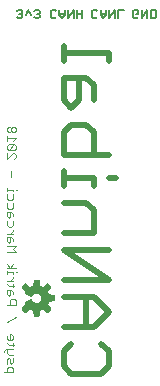
<source format=gbo>
G04 EAGLE Gerber RS-274X export*
G75*
%MOMM*%
%FSLAX34Y34*%
%LPD*%
%INSilkscreen Bottom*%
%IPPOS*%
%AMOC8*
5,1,8,0,0,1.08239X$1,22.5*%
G01*
%ADD10C,0.127000*%
%ADD11C,0.101600*%
%ADD12C,0.508000*%

G36*
X36860Y68518D02*
X36860Y68518D01*
X36968Y68532D01*
X36980Y68538D01*
X36994Y68540D01*
X37090Y68591D01*
X37187Y68639D01*
X37197Y68648D01*
X37209Y68655D01*
X37283Y68734D01*
X37360Y68811D01*
X37366Y68823D01*
X37376Y68833D01*
X37421Y68932D01*
X37469Y69029D01*
X37473Y69046D01*
X37477Y69055D01*
X37479Y69077D01*
X37498Y69174D01*
X37941Y73525D01*
X39100Y73896D01*
X39118Y73905D01*
X39215Y73943D01*
X40297Y74501D01*
X43687Y71737D01*
X43781Y71683D01*
X43873Y71626D01*
X43886Y71622D01*
X43898Y71615D01*
X44005Y71595D01*
X44110Y71570D01*
X44124Y71571D01*
X44138Y71569D01*
X44245Y71583D01*
X44353Y71594D01*
X44366Y71599D01*
X44380Y71601D01*
X44477Y71649D01*
X44576Y71694D01*
X44589Y71705D01*
X44598Y71710D01*
X44613Y71725D01*
X44690Y71788D01*
X47275Y74373D01*
X47338Y74461D01*
X47404Y74547D01*
X47409Y74560D01*
X47417Y74571D01*
X47448Y74675D01*
X47484Y74777D01*
X47484Y74791D01*
X47488Y74805D01*
X47484Y74913D01*
X47485Y75021D01*
X47480Y75035D01*
X47480Y75048D01*
X47442Y75150D01*
X47407Y75253D01*
X47398Y75268D01*
X47394Y75277D01*
X47380Y75294D01*
X47326Y75376D01*
X44562Y78766D01*
X45119Y79848D01*
X45125Y79867D01*
X45167Y79962D01*
X45538Y81122D01*
X49889Y81564D01*
X49993Y81592D01*
X50099Y81617D01*
X50111Y81624D01*
X50124Y81628D01*
X50214Y81689D01*
X50307Y81746D01*
X50315Y81756D01*
X50327Y81764D01*
X50393Y81851D01*
X50462Y81934D01*
X50466Y81947D01*
X50475Y81958D01*
X50509Y82061D01*
X50548Y82163D01*
X50549Y82180D01*
X50553Y82189D01*
X50553Y82211D01*
X50562Y82310D01*
X50562Y85966D01*
X50545Y86073D01*
X50531Y86180D01*
X50525Y86193D01*
X50523Y86206D01*
X50471Y86302D01*
X50424Y86399D01*
X50414Y86409D01*
X50408Y86421D01*
X50328Y86496D01*
X50252Y86573D01*
X50240Y86579D01*
X50230Y86588D01*
X50131Y86633D01*
X50034Y86682D01*
X50016Y86685D01*
X50007Y86689D01*
X49986Y86691D01*
X49889Y86711D01*
X45538Y87153D01*
X45167Y88313D01*
X45157Y88331D01*
X45119Y88427D01*
X44562Y89509D01*
X47326Y92899D01*
X47380Y92993D01*
X47437Y93085D01*
X47440Y93099D01*
X47447Y93111D01*
X47468Y93217D01*
X47493Y93323D01*
X47491Y93337D01*
X47494Y93350D01*
X47479Y93458D01*
X47469Y93566D01*
X47463Y93578D01*
X47461Y93592D01*
X47413Y93689D01*
X47368Y93788D01*
X47357Y93802D01*
X47353Y93811D01*
X47337Y93826D01*
X47275Y93902D01*
X44690Y96487D01*
X44601Y96551D01*
X44516Y96617D01*
X44503Y96621D01*
X44491Y96629D01*
X44388Y96661D01*
X44285Y96696D01*
X44271Y96696D01*
X44258Y96700D01*
X44150Y96697D01*
X44041Y96697D01*
X44028Y96693D01*
X44014Y96692D01*
X43912Y96654D01*
X43810Y96620D01*
X43795Y96610D01*
X43786Y96607D01*
X43769Y96593D01*
X43687Y96538D01*
X40297Y93774D01*
X39215Y94332D01*
X39195Y94338D01*
X39100Y94379D01*
X37941Y94750D01*
X37498Y99101D01*
X37470Y99206D01*
X37445Y99312D01*
X37438Y99323D01*
X37435Y99337D01*
X37374Y99427D01*
X37317Y99519D01*
X37306Y99528D01*
X37298Y99539D01*
X37212Y99605D01*
X37128Y99674D01*
X37115Y99679D01*
X37104Y99687D01*
X37001Y99722D01*
X36900Y99760D01*
X36882Y99762D01*
X36873Y99765D01*
X36851Y99765D01*
X36753Y99775D01*
X33097Y99775D01*
X32990Y99757D01*
X32882Y99743D01*
X32870Y99737D01*
X32856Y99735D01*
X32760Y99684D01*
X32663Y99636D01*
X32653Y99627D01*
X32641Y99620D01*
X32567Y99541D01*
X32490Y99464D01*
X32484Y99452D01*
X32474Y99442D01*
X32429Y99343D01*
X32381Y99246D01*
X32377Y99229D01*
X32373Y99220D01*
X32371Y99198D01*
X32352Y99101D01*
X31909Y94750D01*
X30750Y94379D01*
X30732Y94370D01*
X30635Y94332D01*
X29553Y93774D01*
X26163Y96538D01*
X26069Y96592D01*
X25977Y96650D01*
X25964Y96653D01*
X25952Y96660D01*
X25845Y96680D01*
X25740Y96705D01*
X25726Y96704D01*
X25712Y96706D01*
X25605Y96692D01*
X25497Y96681D01*
X25484Y96676D01*
X25471Y96674D01*
X25373Y96626D01*
X25274Y96581D01*
X25261Y96570D01*
X25252Y96565D01*
X25237Y96550D01*
X25160Y96487D01*
X22575Y93902D01*
X22512Y93814D01*
X22446Y93728D01*
X22441Y93715D01*
X22433Y93704D01*
X22402Y93601D01*
X22366Y93498D01*
X22366Y93484D01*
X22362Y93470D01*
X22366Y93362D01*
X22365Y93254D01*
X22370Y93240D01*
X22370Y93227D01*
X22408Y93125D01*
X22443Y93022D01*
X22452Y93007D01*
X22456Y92998D01*
X22470Y92981D01*
X22524Y92899D01*
X25288Y89509D01*
X24731Y88428D01*
X24714Y88375D01*
X24688Y88326D01*
X24677Y88260D01*
X24656Y88195D01*
X24657Y88140D01*
X24648Y88085D01*
X24659Y88019D01*
X24660Y87951D01*
X24678Y87899D01*
X24687Y87844D01*
X24719Y87785D01*
X24742Y87722D01*
X24776Y87678D01*
X24802Y87629D01*
X24851Y87583D01*
X24893Y87530D01*
X24940Y87500D01*
X24980Y87462D01*
X25085Y87406D01*
X25098Y87398D01*
X25103Y87396D01*
X25110Y87392D01*
X30307Y85239D01*
X30406Y85216D01*
X30504Y85188D01*
X30525Y85189D01*
X30545Y85184D01*
X30646Y85194D01*
X30747Y85198D01*
X30767Y85206D01*
X30788Y85208D01*
X30880Y85250D01*
X30975Y85286D01*
X30991Y85300D01*
X31010Y85308D01*
X31084Y85378D01*
X31162Y85443D01*
X31178Y85465D01*
X31188Y85475D01*
X31200Y85497D01*
X31247Y85564D01*
X31753Y86463D01*
X32397Y87150D01*
X33185Y87664D01*
X34073Y87976D01*
X35010Y88068D01*
X35942Y87935D01*
X36816Y87584D01*
X37581Y87036D01*
X38194Y86321D01*
X38619Y85482D01*
X38833Y84565D01*
X38823Y83624D01*
X38589Y82712D01*
X38146Y81881D01*
X37517Y81180D01*
X36740Y80649D01*
X35859Y80317D01*
X34924Y80204D01*
X34007Y80313D01*
X33139Y80633D01*
X32370Y81146D01*
X31743Y81825D01*
X31248Y82710D01*
X31184Y82790D01*
X31124Y82873D01*
X31108Y82885D01*
X31095Y82900D01*
X31009Y82955D01*
X30926Y83015D01*
X30907Y83021D01*
X30890Y83032D01*
X30791Y83056D01*
X30693Y83086D01*
X30673Y83086D01*
X30653Y83090D01*
X30551Y83082D01*
X30449Y83079D01*
X30424Y83071D01*
X30410Y83070D01*
X30388Y83060D01*
X30307Y83036D01*
X25110Y80883D01*
X25063Y80853D01*
X25011Y80833D01*
X24960Y80789D01*
X24903Y80754D01*
X24868Y80711D01*
X24825Y80675D01*
X24791Y80617D01*
X24748Y80565D01*
X24729Y80513D01*
X24700Y80466D01*
X24686Y80400D01*
X24662Y80337D01*
X24660Y80281D01*
X24649Y80227D01*
X24656Y80160D01*
X24654Y80093D01*
X24670Y80040D01*
X24677Y79985D01*
X24721Y79873D01*
X24725Y79860D01*
X24728Y79855D01*
X24731Y79847D01*
X25288Y78766D01*
X22524Y75376D01*
X22470Y75282D01*
X22413Y75190D01*
X22410Y75176D01*
X22403Y75164D01*
X22382Y75058D01*
X22357Y74952D01*
X22359Y74938D01*
X22356Y74925D01*
X22371Y74817D01*
X22381Y74709D01*
X22387Y74697D01*
X22389Y74683D01*
X22437Y74586D01*
X22482Y74487D01*
X22493Y74473D01*
X22497Y74464D01*
X22513Y74449D01*
X22575Y74373D01*
X25160Y71788D01*
X25249Y71724D01*
X25334Y71658D01*
X25347Y71654D01*
X25359Y71646D01*
X25462Y71614D01*
X25565Y71579D01*
X25579Y71579D01*
X25592Y71575D01*
X25700Y71578D01*
X25809Y71578D01*
X25822Y71582D01*
X25836Y71583D01*
X25938Y71621D01*
X26040Y71655D01*
X26055Y71665D01*
X26064Y71668D01*
X26081Y71682D01*
X26163Y71737D01*
X29553Y74501D01*
X30635Y73943D01*
X30655Y73937D01*
X30750Y73896D01*
X31909Y73525D01*
X32352Y69174D01*
X32380Y69069D01*
X32405Y68963D01*
X32412Y68952D01*
X32415Y68938D01*
X32476Y68848D01*
X32533Y68756D01*
X32544Y68747D01*
X32552Y68736D01*
X32638Y68670D01*
X32722Y68601D01*
X32735Y68596D01*
X32746Y68588D01*
X32849Y68553D01*
X32950Y68515D01*
X32968Y68513D01*
X32977Y68510D01*
X32999Y68510D01*
X33097Y68500D01*
X36753Y68500D01*
X36860Y68518D01*
G37*
D10*
X51248Y322258D02*
X50104Y321114D01*
X47816Y321114D01*
X46673Y322258D01*
X46673Y326834D01*
X47816Y327978D01*
X50104Y327978D01*
X51248Y326834D01*
X54157Y327978D02*
X54157Y323402D01*
X56445Y321114D01*
X58733Y323402D01*
X58733Y327978D01*
X58733Y324546D02*
X54157Y324546D01*
X61641Y327978D02*
X61641Y321114D01*
X66217Y327978D01*
X66217Y321114D01*
X69125Y321114D02*
X69125Y327978D01*
X69125Y324546D02*
X73701Y324546D01*
X73701Y321114D02*
X73701Y327978D01*
X85029Y321114D02*
X86173Y322258D01*
X85029Y321114D02*
X82741Y321114D01*
X81598Y322258D01*
X81598Y326834D01*
X82741Y327978D01*
X85029Y327978D01*
X86173Y326834D01*
X89082Y327978D02*
X89082Y323402D01*
X91370Y321114D01*
X93658Y323402D01*
X93658Y327978D01*
X93658Y324546D02*
X89082Y324546D01*
X96566Y327978D02*
X96566Y321114D01*
X101142Y327978D01*
X101142Y321114D01*
X104050Y321114D02*
X104050Y327978D01*
X108626Y327978D01*
X119954Y321114D02*
X121098Y322258D01*
X119954Y321114D02*
X117666Y321114D01*
X116523Y322258D01*
X116523Y326834D01*
X117666Y327978D01*
X119954Y327978D01*
X121098Y326834D01*
X121098Y324546D01*
X118810Y324546D01*
X124007Y327978D02*
X124007Y321114D01*
X128583Y327978D01*
X128583Y321114D01*
X131491Y321114D02*
X131491Y327978D01*
X134923Y327978D01*
X136067Y326834D01*
X136067Y322258D01*
X134923Y321114D01*
X131491Y321114D01*
X19241Y321114D02*
X18098Y322258D01*
X19241Y321114D02*
X21529Y321114D01*
X22673Y322258D01*
X22673Y323402D01*
X21529Y324546D01*
X20385Y324546D01*
X21529Y324546D02*
X22673Y325690D01*
X22673Y326834D01*
X21529Y327978D01*
X19241Y327978D01*
X18098Y326834D01*
X25582Y323402D02*
X27870Y327978D01*
X30158Y323402D01*
X33066Y322258D02*
X34210Y321114D01*
X36498Y321114D01*
X37642Y322258D01*
X37642Y323402D01*
X36498Y324546D01*
X35354Y324546D01*
X36498Y324546D02*
X37642Y325690D01*
X37642Y326834D01*
X36498Y327978D01*
X34210Y327978D01*
X33066Y326834D01*
D11*
X14778Y21146D02*
X7660Y21146D01*
X14778Y21146D02*
X14778Y24705D01*
X13592Y25891D01*
X11219Y25891D01*
X10033Y24705D01*
X10033Y21146D01*
X10033Y28630D02*
X10033Y32189D01*
X11219Y33375D01*
X12406Y32189D01*
X12406Y29816D01*
X13592Y28630D01*
X14778Y29816D01*
X14778Y33375D01*
X14778Y36114D02*
X11219Y36114D01*
X10033Y37300D01*
X10033Y40859D01*
X8847Y40859D02*
X14778Y40859D01*
X8847Y40859D02*
X7660Y39673D01*
X7660Y38487D01*
X11219Y44784D02*
X15965Y44784D01*
X11219Y44784D02*
X10033Y45971D01*
X14778Y45971D02*
X14778Y43598D01*
X10033Y49774D02*
X10033Y52146D01*
X10033Y49774D02*
X11219Y48587D01*
X13592Y48587D01*
X14778Y49774D01*
X14778Y52146D01*
X13592Y53333D01*
X12406Y53333D01*
X12406Y48587D01*
X10033Y63556D02*
X17151Y68301D01*
X17151Y78524D02*
X10033Y78524D01*
X17151Y78524D02*
X17151Y82083D01*
X15965Y83269D01*
X13592Y83269D01*
X12406Y82083D01*
X12406Y78524D01*
X14778Y87195D02*
X14778Y89567D01*
X13592Y90754D01*
X10033Y90754D01*
X10033Y87195D01*
X11219Y86008D01*
X12406Y87195D01*
X12406Y90754D01*
X11219Y94679D02*
X15965Y94679D01*
X11219Y94679D02*
X10033Y95865D01*
X14778Y95865D02*
X14778Y93492D01*
X14778Y98482D02*
X10033Y98482D01*
X12406Y98482D02*
X14778Y100854D01*
X14778Y102041D01*
X14778Y104719D02*
X14778Y105905D01*
X10033Y105905D01*
X10033Y104719D02*
X10033Y107091D01*
X17151Y105905D02*
X18337Y105905D01*
X17151Y109708D02*
X10033Y109708D01*
X12406Y109708D02*
X10033Y113267D01*
X12406Y109708D02*
X14778Y113267D01*
X17151Y123429D02*
X10033Y123429D01*
X14778Y125802D02*
X17151Y123429D01*
X14778Y125802D02*
X17151Y128174D01*
X10033Y128174D01*
X14778Y132099D02*
X14778Y134472D01*
X13592Y135658D01*
X10033Y135658D01*
X10033Y132099D01*
X11219Y130913D01*
X12406Y132099D01*
X12406Y135658D01*
X10033Y138397D02*
X14778Y138397D01*
X12406Y138397D02*
X14778Y140770D01*
X14778Y141956D01*
X14778Y145820D02*
X14778Y149379D01*
X14778Y145820D02*
X13592Y144634D01*
X11219Y144634D01*
X10033Y145820D01*
X10033Y149379D01*
X14778Y153305D02*
X14778Y155677D01*
X13592Y156864D01*
X10033Y156864D01*
X10033Y153305D01*
X11219Y152118D01*
X12406Y153305D01*
X12406Y156864D01*
X14778Y160789D02*
X14778Y164348D01*
X14778Y160789D02*
X13592Y159602D01*
X11219Y159602D01*
X10033Y160789D01*
X10033Y164348D01*
X14778Y168273D02*
X14778Y171832D01*
X14778Y168273D02*
X13592Y167087D01*
X11219Y167087D01*
X10033Y168273D01*
X10033Y171832D01*
X14778Y174571D02*
X14778Y175757D01*
X10033Y175757D01*
X10033Y174571D02*
X10033Y176943D01*
X17151Y175757D02*
X18337Y175757D01*
X13592Y187044D02*
X13592Y191790D01*
X10033Y202013D02*
X10033Y206758D01*
X10033Y202013D02*
X14778Y206758D01*
X15965Y206758D01*
X17151Y205572D01*
X17151Y203199D01*
X15965Y202013D01*
X15965Y209497D02*
X11219Y209497D01*
X15965Y209497D02*
X17151Y210683D01*
X17151Y213056D01*
X15965Y214242D01*
X11219Y214242D01*
X10033Y213056D01*
X10033Y210683D01*
X11219Y209497D01*
X15965Y214242D01*
X14778Y216981D02*
X17151Y219354D01*
X10033Y219354D01*
X10033Y221726D02*
X10033Y216981D01*
X15965Y224465D02*
X17151Y225651D01*
X17151Y228024D01*
X15965Y229210D01*
X14778Y229210D01*
X13592Y228024D01*
X12406Y229210D01*
X11219Y229210D01*
X10033Y228024D01*
X10033Y225651D01*
X11219Y224465D01*
X12406Y224465D01*
X13592Y225651D01*
X14778Y224465D01*
X15965Y224465D01*
X13592Y225651D02*
X13592Y228024D01*
D12*
X89562Y45424D02*
X95918Y39069D01*
X95918Y26358D01*
X89562Y20003D01*
X64140Y20003D01*
X57785Y26358D01*
X57785Y39069D01*
X64140Y45424D01*
X57785Y59762D02*
X83207Y59762D01*
X95918Y72473D01*
X83207Y85184D01*
X57785Y85184D01*
X76851Y85184D02*
X76851Y59762D01*
X57785Y99522D02*
X95918Y99522D01*
X57785Y124943D01*
X95918Y124943D01*
X83207Y139281D02*
X57785Y139281D01*
X83207Y139281D02*
X83207Y158347D01*
X76851Y164703D01*
X57785Y164703D01*
X83207Y179041D02*
X83207Y185396D01*
X57785Y185396D01*
X57785Y179041D02*
X57785Y191752D01*
X95918Y185396D02*
X102273Y185396D01*
X95918Y205547D02*
X57785Y205547D01*
X57785Y224613D01*
X64140Y230969D01*
X76851Y230969D01*
X83207Y224613D01*
X83207Y205547D01*
X83207Y251662D02*
X83207Y264373D01*
X76851Y270728D01*
X57785Y270728D01*
X57785Y251662D01*
X64140Y245307D01*
X70496Y251662D01*
X70496Y270728D01*
X95918Y285066D02*
X95918Y291422D01*
X57785Y291422D01*
X57785Y297777D02*
X57785Y285066D01*
M02*

</source>
